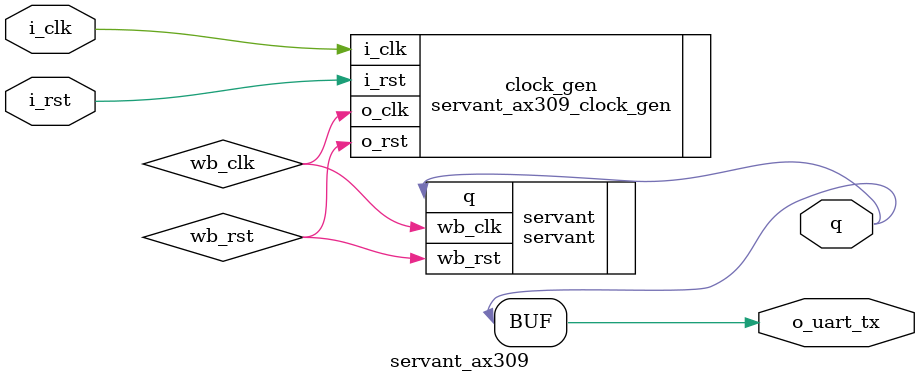
<source format=v>
`default_nettype none
module servant_ax309
(
 input wire  i_clk,
 input wire  i_rst,
 output wire o_uart_tx,
 output wire q);

   parameter memfile = "zephyr_hello.hex";
   parameter memsize = 8192;

   wire      wb_clk;
   wire      wb_rst;

   assign o_uart_tx = q;

   servant_ax309_clock_gen
   clock_gen
     (.i_clk (i_clk),
      .i_rst (i_rst),
      .o_clk (wb_clk),
      .o_rst (wb_rst));

   servant
     #(.memfile (memfile),
       .memsize (memsize))
   servant
     (.wb_clk (wb_clk),
      .wb_rst (wb_rst),
      .q      (q));

endmodule

</source>
